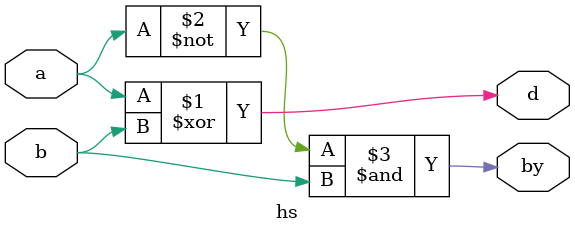
<source format=v>
module hs(input a,b, output d,by);
assign d = a^b;
assign by = ~a&b;
endmodule
</source>
